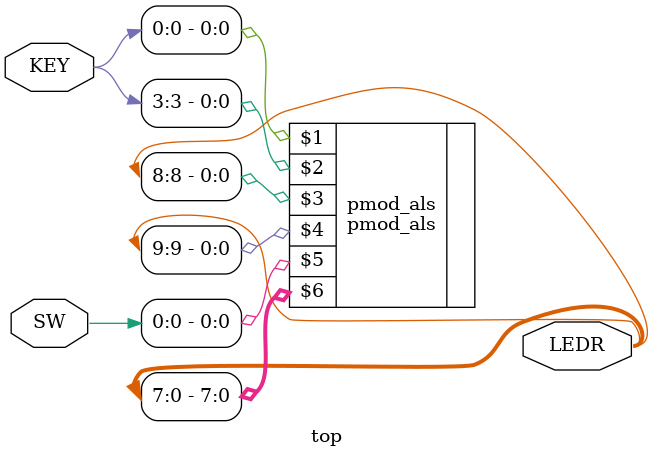
<source format=v>
module top (SW, KEY, LEDR);

    input wire [9:0] SW;        // DE-series switches
    input wire [3:0] KEY;       // DE-series pushbuttons

    output wire [9:0] LEDR;     // DE-series LEDs   

    pmod_als pmod_als (KEY[0], KEY[3], LEDR[8], LEDR[9], SW[0], LEDR[7:0]);

endmodule


</source>
